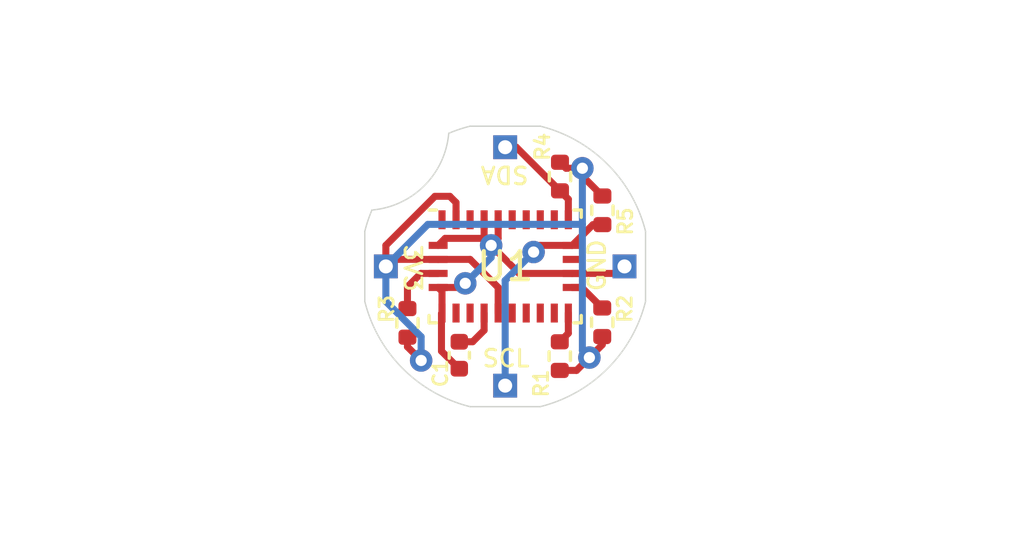
<source format=kicad_pcb>
(kicad_pcb (version 20221018) (generator pcbnew)
  (layers (0 "F.Cu" signal) (31 "B.Cu" signal) (34 "B.Paste" user) (35 "F.Paste" user) (36 "B.SilkS" user "B.Silkscreen") (37 "F.SilkS" user "F.Silkscreen") (38 "B.Mask" user) (39 "F.Mask" user) (44 "Edge.Cuts" user))
  (net 0 "")
  (net 1 "Net-(U1-CAP)")
  (net 2 "GND")
  (net 3 "Net-(J1-Pin_1)")
  (net 4 "Net-(J2-Pin_1)")
  (net 5 "+3.3V")
  (net 6 "Net-(U1-ENV_SCL)")
  (net 7 "Net-(U1-ENV_SDA)")
  (net 8 "Net-(U1-BOOTN)")
  (footprint "Connector_PinHeader_1.00mm:PinHeader_1x01_P1.00mm_Vertical" (layer "F.Cu") (at 83.75 66.25)
    (fp_text reference "J3" hide)
    (fp_text value "Conn_01x01_Pin")
    (pad "1" thru_hole rect (at 0 0) (size 0.85 0.85) (drill 0.5) (layers "*.Cu" "*.Mask") (net 5 "+3.3V"))
  )
  (footprint "Capacitor_SMD:C_0402_1005Metric" (layer "F.Cu") (at 86.366101 69.416347 -90)
    (fp_text reference "C1" (at 0.644883 0.67302 90) (layer "F.SilkS") (effects (font (size 0.5 0.5) (thickness 0.1) bold)))
    (fp_text value "0.1uF")
    (fp_line (start -0.107836 -0.36) (end 0.107836 -0.36) (stroke (width 0.12)) (layer "F.SilkS"))
    (fp_line (start -0.107836 0.36) (end 0.107836 0.36) (stroke (width 0.12)) (layer "F.SilkS"))
    (pad "1" smd roundrect (at -0.48 0 270) (size 0.56 0.62) (layers "F.Cu" "F.Paste" "F.Mask") (net 1 "Net-(U1-CAP)"))
    (pad "2" smd roundrect (at 0.48 0 270) (size 0.56 0.62) (layers "F.Cu" "F.Paste" "F.Mask") (net 2 "GND"))
  )
  (footprint "Package_LGA:LGA-28_5.2x3.8mm_P0.5mm" (layer "F.Cu") (at 88 66.25)
    (fp_text reference "U1" (at 0 0) (layer "F.SilkS"))
    (fp_text value "~")
    (fp_line (start -2.71 -2.01) (end -2.45 -2.01) (stroke (width 0.12)) (layer "F.SilkS"))
    (fp_line (start -2.71 2.01) (end -2.71 1.75) (stroke (width 0.12)) (layer "F.SilkS"))
    (fp_line (start -2.71 2.01) (end -2.45 2.01) (stroke (width 0.12)) (layer "F.SilkS"))
    (fp_line (start 2.71 -2.01) (end 2.45 -2.01) (stroke (width 0.12)) (layer "F.SilkS"))
    (fp_line (start 2.71 -2.01) (end 2.71 -1.75) (stroke (width 0.12)) (layer "F.SilkS"))
    (fp_line (start 2.71 2.01) (end 2.45 2.01) (stroke (width 0.12)) (layer "F.SilkS"))
    (fp_line (start 2.71 2.01) (end 2.71 1.75) (stroke (width 0.12)) (layer "F.SilkS"))
    (pad "1" smd rect (at -2.25 -1.6625) (size 0.254 0.675) (layers "F.Cu" "F.Paste" "F.Mask"))
    (pad "2" smd rect (at -2.3875 -0.75 90) (size 0.254 0.675) (layers "F.Cu" "F.Paste" "F.Mask") (net 2 "GND"))
    (pad "3" smd rect (at -2.3875 -0.25 90) (size 0.254 0.675) (layers "F.Cu" "F.Paste" "F.Mask") (net 5 "+3.3V"))
    (pad "4" smd rect (at -2.3875 0.25 90) (size 0.254 0.675) (layers "F.Cu" "F.Paste" "F.Mask") (net 8 "Net-(U1-BOOTN)"))
    (pad "5" smd rect (at -2.3875 0.75 90) (size 0.254 0.675) (layers "F.Cu" "F.Paste" "F.Mask") (net 2 "GND"))
    (pad "6" smd rect (at -2.25 1.6625) (size 0.254 0.675) (layers "F.Cu" "F.Paste" "F.Mask") (net 2 "GND"))
    (pad "7" smd rect (at -1.75 1.6625) (size 0.254 0.675) (layers "F.Cu" "F.Paste" "F.Mask"))
    (pad "8" smd rect (at -1.25 1.6625) (size 0.254 0.675) (layers "F.Cu" "F.Paste" "F.Mask"))
    (pad "9" smd rect (at -0.75 1.6625) (size 0.254 0.675) (layers "F.Cu" "F.Paste" "F.Mask") (net 1 "Net-(U1-CAP)"))
    (pad "10" smd rect (at -0.25 1.6625) (size 0.254 0.675) (layers "F.Cu" "F.Paste" "F.Mask") (net 5 "+3.3V"))
    (pad "11" smd rect (at 0.25 1.6625) (size 0.254 0.675) (layers "F.Cu" "F.Paste" "F.Mask"))
    (pad "12" smd rect (at 0.75 1.6625) (size 0.254 0.675) (layers "F.Cu" "F.Paste" "F.Mask"))
    (pad "13" smd rect (at 1.25 1.6625) (size 0.254 0.675) (layers "F.Cu" "F.Paste" "F.Mask"))
    (pad "14" smd rect (at 1.75 1.6625) (size 0.254 0.675) (layers "F.Cu" "F.Paste" "F.Mask"))
    (pad "15" smd rect (at 2.25 1.6625) (size 0.254 0.675) (layers "F.Cu" "F.Paste" "F.Mask") (net 6 "Net-(U1-ENV_SCL)"))
    (pad "16" smd rect (at 2.3875 0.75 90) (size 0.254 0.675) (layers "F.Cu" "F.Paste" "F.Mask") (net 7 "Net-(U1-ENV_SDA)"))
    (pad "17" smd rect (at 2.3875 0.25 90) (size 0.254 0.675) (layers "F.Cu" "F.Paste" "F.Mask") (net 2 "GND"))
    (pad "18" smd rect (at 2.3875 -0.25 90) (size 0.254 0.675) (layers "F.Cu" "F.Paste" "F.Mask"))
    (pad "19" smd rect (at 2.3875 -0.75 90) (size 0.254 0.675) (layers "F.Cu" "F.Paste" "F.Mask") (net 4 "Net-(J2-Pin_1)"))
    (pad "20" smd rect (at 2.25 -1.6625) (size 0.254 0.675) (layers "F.Cu" "F.Paste" "F.Mask") (net 3 "Net-(J1-Pin_1)"))
    (pad "21" smd rect (at 1.75 -1.6625) (size 0.254 0.675) (layers "F.Cu" "F.Paste" "F.Mask"))
    (pad "22" smd rect (at 1.25 -1.6625) (size 0.254 0.675) (layers "F.Cu" "F.Paste" "F.Mask"))
    (pad "23" smd rect (at 0.75 -1.6625) (size 0.254 0.675) (layers "F.Cu" "F.Paste" "F.Mask"))
    (pad "24" smd rect (at 0.25 -1.6625) (size 0.254 0.675) (layers "F.Cu" "F.Paste" "F.Mask"))
    (pad "25" smd rect (at -0.25 -1.6625) (size 0.254 0.675) (layers "F.Cu" "F.Paste" "F.Mask") (net 2 "GND"))
    (pad "26" smd rect (at -0.75 -1.6625) (size 0.254 0.675) (layers "F.Cu" "F.Paste" "F.Mask") (net 2 "GND"))
    (pad "27" smd rect (at -1.25 -1.6625) (size 0.254 0.675) (layers "F.Cu" "F.Paste" "F.Mask"))
    (pad "28" smd rect (at -1.75 -1.6625) (size 0.254 0.675) (layers "F.Cu" "F.Paste" "F.Mask") (net 5 "+3.3V"))
  )
  (footprint "Connector_PinHeader_1.00mm:PinHeader_1x01_P1.00mm_Vertical" (layer "F.Cu") (at 92.25 66.25)
    (fp_text reference "J4" hide)
    (fp_text value "Conn_01x01_Pin")
    (pad "1" thru_hole rect (at 0 0) (size 0.85 0.85) (drill 0.5) (layers "*.Cu" "*.Mask") (net 2 "GND"))
  )
  (footprint "Resistor_SMD:R_0402_1005Metric" (layer "F.Cu") (at 89.952362 63.046026 90)
    (fp_text reference "R4" (at 1.060003 -0.62487 90) (layer "F.SilkS") (effects (font (size 0.5 0.5) (thickness 0.1) bold)))
    (fp_text value "2.2k")
    (fp_line (start -0.153641 -0.38) (end 0.153641 -0.38) (stroke (width 0.12)) (layer "F.SilkS"))
    (fp_line (start -0.153641 0.38) (end 0.153641 0.38) (stroke (width 0.12)) (layer "F.SilkS"))
    (pad "1" smd roundrect (at -0.51 0 90) (size 0.54 0.64) (layers "F.Cu" "F.Paste" "F.Mask") (net 3 "Net-(J1-Pin_1)"))
    (pad "2" smd roundrect (at 0.51 0 90) (size 0.54 0.64) (layers "F.Cu" "F.Paste" "F.Mask") (net 5 "+3.3V"))
  )
  (footprint "Connector_PinHeader_1.00mm:PinHeader_1x01_P1.00mm_Vertical" (layer "F.Cu") (at 88 70.5)
    (fp_text reference "J2" hide)
    (fp_text value "Conn_01x01_Pin")
    (pad "1" thru_hole rect (at 0 0) (size 0.85 0.85) (drill 0.5) (layers "*.Cu" "*.Mask") (net 4 "Net-(J2-Pin_1)"))
  )
  (footprint "Resistor_SMD:R_0402_1005Metric" (layer "F.Cu") (at 89.945121 69.447561 90)
    (fp_text reference "R1" (at -0.972582 -0.662902 90) (layer "F.SilkS") (effects (font (size 0.5 0.5) (thickness 0.1) bold)))
    (fp_text value "2.2k")
    (fp_line (start -0.153641 -0.38) (end 0.153641 -0.38) (stroke (width 0.12)) (layer "F.SilkS"))
    (fp_line (start -0.153641 0.38) (end 0.153641 0.38) (stroke (width 0.12)) (layer "F.SilkS"))
    (pad "1" smd roundrect (at -0.51 0 90) (size 0.54 0.64) (layers "F.Cu" "F.Paste" "F.Mask") (net 5 "+3.3V"))
    (pad "2" smd roundrect (at 0.51 0 90) (size 0.54 0.64) (layers "F.Cu" "F.Paste" "F.Mask") (net 6 "Net-(U1-ENV_SCL)"))
  )
  (footprint "Resistor_SMD:R_0402_1005Metric" (layer "F.Cu") (at 91.46343 64.25 -90)
    (fp_text reference "R5" (at 0.39736 -0.817575 90) (layer "F.SilkS") (effects (font (size 0.5 0.5) (thickness 0.1) bold)))
    (fp_text value "2.2k")
    (fp_line (start -0.153641 -0.38) (end 0.153641 -0.38) (stroke (width 0.12)) (layer "F.SilkS"))
    (fp_line (start -0.153641 0.38) (end 0.153641 0.38) (stroke (width 0.12)) (layer "F.SilkS"))
    (pad "1" smd roundrect (at -0.51 0 270) (size 0.54 0.64) (layers "F.Cu" "F.Paste" "F.Mask") (net 5 "+3.3V"))
    (pad "2" smd roundrect (at 0.51 0 270) (size 0.54 0.64) (layers "F.Cu" "F.Paste" "F.Mask") (net 4 "Net-(J2-Pin_1)"))
  )
  (footprint "Connector_PinHeader_1.00mm:PinHeader_1x01_P1.00mm_Vertical" (layer "F.Cu") (at 88 62)
    (fp_text reference "J1" hide)
    (fp_text value "Conn_01x01_Pin")
    (pad "1" thru_hole rect (at 0 0) (size 0.85 0.85) (drill 0.5) (layers "*.Cu" "*.Mask") (net 3 "Net-(J1-Pin_1)"))
  )
  (footprint "Resistor_SMD:R_0402_1005Metric" (layer "F.Cu") (at 84.519054 68.262703 -90)
    (fp_text reference "R3" (at -0.494415 0.737816 90) (layer "F.SilkS") (effects (font (size 0.5 0.5) (thickness 0.1) bold)))
    (fp_text value "10k")
    (fp_line (start -0.153641 -0.38) (end 0.153641 -0.38) (stroke (width 0.12)) (layer "F.SilkS"))
    (fp_line (start -0.153641 0.38) (end 0.153641 0.38) (stroke (width 0.12)) (layer "F.SilkS"))
    (pad "1" smd roundrect (at -0.51 0 270) (size 0.54 0.64) (layers "F.Cu" "F.Paste" "F.Mask") (net 8 "Net-(U1-BOOTN)"))
    (pad "2" smd roundrect (at 0.51 0 270) (size 0.54 0.64) (layers "F.Cu" "F.Paste" "F.Mask") (net 5 "+3.3V"))
  )
  (footprint "Resistor_SMD:R_0402_1005Metric" (layer "F.Cu") (at 91.45774 68.241381 -90)
    (fp_text reference "R2" (at -0.478341 -0.804456 90) (layer "F.SilkS") (effects (font (size 0.5 0.5) (thickness 0.1) bold)))
    (fp_text value "2.2k")
    (fp_line (start -0.153641 -0.38) (end 0.153641 -0.38) (stroke (width 0.12)) (layer "F.SilkS"))
    (fp_line (start -0.153641 0.38) (end 0.153641 0.38) (stroke (width 0.12)) (layer "F.SilkS"))
    (pad "1" smd roundrect (at -0.51 0 270) (size 0.54 0.64) (layers "F.Cu" "F.Paste" "F.Mask") (net 7 "Net-(U1-ENV_SDA)"))
    (pad "2" smd roundrect (at 0.51 0 270) (size 0.54 0.64) (layers "F.Cu" "F.Paste" "F.Mask") (net 5 "+3.3V"))
  )
  (gr_arc (start 83 65) (mid 83.112459 64.614628) (end 83.254571 64.239178) (stroke (width 0.05)) (layer "Edge.Cuts"))
  (gr_line (start 83 67.5) (end 83 65) (stroke (width 0.05)) (layer "Edge.Cuts"))
  (gr_arc (start 85.989178 61.504571) (mid 86.364628 61.362459) (end 86.75 61.25) (stroke (width 0.05)) (layer "Edge.Cuts"))
  (gr_arc (start 85.989179 61.504573) (mid 85.12132 63.37132) (end 83.254573 64.239179) (stroke (width 0.05)) (layer "Edge.Cuts"))
  (gr_arc (start 93 67.5) (mid 91.644345 69.894345) (end 89.25 71.25) (stroke (width 0.05)) (layer "Edge.Cuts"))
  (gr_arc (start 86.75 71.25) (mid 84.355655 69.894345) (end 83 67.5) (stroke (width 0.05)) (layer "Edge.Cuts"))
  (gr_line (start 89.25 61.25) (end 86.75 61.25) (stroke (width 0.05)) (layer "Edge.Cuts"))
  (gr_line (start 89.25 71.25) (end 86.75 71.25) (stroke (width 0.05)) (layer "Edge.Cuts"))
  (gr_arc (start 89.25 61.25) (mid 91.644345 62.605655) (end 93 65) (stroke (width 0.05)) (layer "Edge.Cuts"))
  (gr_line (start 93 67.5) (end 93 65) (stroke (width 0.05)) (layer "Edge.Cuts"))
  (gr_text "GND" (at 91.620426 67.190549 90) (layer "F.SilkS") (effects (font (size 0.6 0.6) (thickness 0.1) bold) (justify left bottom)))
  (gr_text "SCL" (at 87.135624 69.881098) (layer "F.SilkS") (effects (font (size 0.6 0.6) (thickness 0.1) bold) (justify left bottom)))
  (gr_text "SDA" (at 88.89024 62.628032 180) (layer "F.SilkS") (effects (font (size 0.6 0.6) (thickness 0.1) bold) (justify left bottom)))
  (gr_text "3V3" (at 84.353651 65.417677 270) (layer "F.SilkS") (effects (font (size 0.6 0.6) (thickness 0.1) bold) (justify left bottom)))
  (segment (start 87.25 68.527) (end 87.25 67.9125) (width 0.25) (layer "F.Cu") (net 1))
  (segment (start 86.366101 68.936347) (end 86.840653 68.936347) (width 0.25) (layer "F.Cu") (net 1))
  (segment (start 86.840653 68.936347) (end 87.25 68.527) (width 0.25) (layer "F.Cu") (net 1))
  (segment (start 92 66.5) (end 90.3875 66.5) (width 0.25) (layer "F.Cu") (net 2))
  (segment (start 87.75 64.5875) (end 87.75 65.25) (width 0.25) (layer "F.Cu") (net 2))
  (segment (start 85.731101 69.268956) (end 85.731101 67.931399) (width 0.25) (layer "F.Cu") (net 2))
  (segment (start 85.75 67.9125) (end 85.75 67.1375) (width 0.25) (layer "F.Cu") (net 2))
  (segment (start 86.358492 69.896347) (end 85.731101 69.268956) (width 0.25) (layer "F.Cu") (net 2))
  (segment (start 85.731101 67.931399) (end 85.75 67.9125) (width 0.25) (layer "F.Cu") (net 2))
  (segment (start 85.6125 65.5) (end 85.8625 65.25) (width 0.25) (layer "F.Cu") (net 2))
  (segment (start 88.5 66.5) (end 87.5 65.5) (width 0.25) (layer "F.Cu") (net 2))
  (segment (start 85.8625 65.25) (end 87.25 65.25) (width 0.25) (layer "F.Cu") (net 2))
  (segment (start 86.366101 69.896347) (end 86.358492 69.896347) (width 0.25) (layer "F.Cu") (net 2))
  (segment (start 92.25 66.25) (end 92 66.5) (width 0.25) (layer "F.Cu") (net 2))
  (segment (start 87.75 65.25) (end 87.5 65.5) (width 0.25) (layer "F.Cu") (net 2))
  (segment (start 86.431505 67) (end 85.6125 67) (width 0.25) (layer "F.Cu") (net 2))
  (segment (start 85.75 67.1375) (end 85.6125 67) (width 0.25) (layer "F.Cu") (net 2))
  (segment (start 90.3875 66.5) (end 88.5 66.5) (width 0.25) (layer "F.Cu") (net 2))
  (segment (start 87.25 64.5875) (end 87.25 65.25) (width 0.25) (layer "F.Cu") (net 2))
  (segment (start 87.25 65.25) (end 87.5 65.5) (width 0.25) (layer "F.Cu") (net 2))
  (segment (start 86.578453 66.853052) (end 86.431505 67) (width 0.25) (layer "F.Cu") (net 2))
  (via (at 87.5 65.5) (size 0.8) (drill 0.4) (layers "F.Cu" "B.Cu") (net 2))
  (via (at 86.578453 66.853052) (size 0.8) (drill 0.4) (layers "F.Cu" "B.Cu") (net 2))
  (segment (start 87.5 65.931505) (end 87.5 65.5) (width 0.25) (layer "B.Cu") (net 2))
  (segment (start 86.578453 66.853052) (end 87.5 65.931505) (width 0.25) (layer "B.Cu") (net 2))
  (segment (start 90.25 63.853664) (end 90.25 64.5875) (width 0.25) (layer "F.Cu") (net 3))
  (segment (start 89.952362 63.556026) (end 88.396336 62) (width 0.25) (layer "F.Cu") (net 3))
  (segment (start 88.396336 62) (end 88 62) (width 0.25) (layer "F.Cu") (net 3))
  (segment (start 89.952362 63.556026) (end 90.25 63.853664) (width 0.25) (layer "F.Cu") (net 3))
  (segment (start 91.1275 64.76) (end 90.3875 65.5) (width 0.25) (layer "F.Cu") (net 4))
  (segment (start 91.46343 64.76) (end 91.1275 64.76) (width 0.25) (layer "F.Cu") (net 4))
  (segment (start 89.25 65.5) (end 90.3875 65.5) (width 0.25) (layer "F.Cu") (net 4))
  (segment (start 89.012299 65.737701) (end 89.25 65.5) (width 0.25) (layer "F.Cu") (net 4))
  (via (at 89.012299 65.737701) (size 0.8) (drill 0.4) (layers "F.Cu" "B.Cu") (net 4))
  (segment (start 88 70.5) (end 88 66.75) (width 0.25) (layer "B.Cu") (net 4))
  (segment (start 88 66.75) (end 89.012299 65.737701) (width 0.25) (layer "B.Cu") (net 4))
  (segment (start 86.027 63.75) (end 86.25 63.973) (width 0.25) (layer "F.Cu") (net 5))
  (segment (start 83.75 65.5) (end 85.5 63.75) (width 0.25) (layer "F.Cu") (net 5))
  (segment (start 90.75 63.02657) (end 91.46343 63.74) (width 0.25) (layer "F.Cu") (net 5))
  (segment (start 90.75 62.75) (end 90.166336 62.75) (width 0.25) (layer "F.Cu") (net 5))
  (segment (start 87.75 67) (end 87.75 67.9125) (width 0.25) (layer "F.Cu") (net 5))
  (segment (start 90.542439 69.957561) (end 91 69.5) (width 0.25) (layer "F.Cu") (net 5))
  (segment (start 85.6125 66) (end 86.75 66) (width 0.25) (layer "F.Cu") (net 5))
  (segment (start 85.006858 69.603405) (end 84.519054 69.115601) (width 0.25) (layer "F.Cu") (net 5))
  (segment (start 91.45774 68.751381) (end 91.45774 69.04226) (width 0.25) (layer "F.Cu") (net 5))
  (segment (start 83.75 66.25) (end 83.75 65.5) (width 0.25) (layer "F.Cu") (net 5))
  (segment (start 91.45774 69.04226) (end 91 69.5) (width 0.25) (layer "F.Cu") (net 5))
  (segment (start 85.5 63.75) (end 86.027 63.75) (width 0.25) (layer "F.Cu") (net 5))
  (segment (start 86.25 63.973) (end 86.25 64.5875) (width 0.25) (layer "F.Cu") (net 5))
  (segment (start 89.945121 69.957561) (end 90.542439 69.957561) (width 0.25) (layer "F.Cu") (net 5))
  (segment (start 84 66) (end 85.6125 66) (width 0.25) (layer "F.Cu") (net 5))
  (segment (start 90.75 62.75) (end 90.75 63.02657) (width 0.25) (layer "F.Cu") (net 5))
  (segment (start 86.75 66) (end 87.75 67) (width 0.25) (layer "F.Cu") (net 5))
  (segment (start 84.519054 69.115601) (end 84.519054 68.772703) (width 0.25) (layer "F.Cu") (net 5))
  (segment (start 90.166336 62.75) (end 89.952362 62.536026) (width 0.25) (layer "F.Cu") (net 5))
  (segment (start 83.75 66.25) (end 84 66) (width 0.25) (layer "F.Cu") (net 5))
  (via (at 90.75 62.75) (size 0.8) (drill 0.4) (layers "F.Cu" "B.Cu") (net 5))
  (via (at 85.006858 69.603405) (size 0.8) (drill 0.4) (layers "F.Cu" "B.Cu") (net 5))
  (via (at 91 69.5) (size 0.8) (drill 0.4) (layers "F.Cu" "B.Cu") (net 5))
  (segment (start 90.75 69.25) (end 91 69.5) (width 0.25) (layer "B.Cu") (net 5))
  (segment (start 85.006858 68.756858) (end 85.006858 69.603405) (width 0.25) (layer "B.Cu") (net 5))
  (segment (start 90.75 64.75) (end 90.75 69.25) (width 0.25) (layer "B.Cu") (net 5))
  (segment (start 85.25 64.75) (end 83.75 66.25) (width 0.25) (layer "B.Cu") (net 5))
  (segment (start 90.75 64.75) (end 85.25 64.75) (width 0.25) (layer "B.Cu") (net 5))
  (segment (start 83.75 66.25) (end 83.75 67.5) (width 0.25) (layer "B.Cu") (net 5))
  (segment (start 90.75 62.75) (end 90.75 64.75) (width 0.25) (layer "B.Cu") (net 5))
  (segment (start 83.75 67.5) (end 85.006858 68.756858) (width 0.25) (layer "B.Cu") (net 5))
  (segment (start 90.25 68.632682) (end 90.25 67.9125) (width 0.25) (layer "F.Cu") (net 6))
  (segment (start 89.945121 68.937561) (end 90.25 68.632682) (width 0.25) (layer "F.Cu") (net 6))
  (segment (start 90.726359 67) (end 91.45774 67.731381) (width 0.25) (layer "F.Cu") (net 7))
  (segment (start 90.3875 67) (end 90.726359 67) (width 0.25) (layer "F.Cu") (net 7))
  (segment (start 84.998 66.5) (end 85.6125 66.5) (width 0.25) (layer "F.Cu") (net 8))
  (segment (start 84.519054 67.752703) (end 84.519054 66.978946) (width 0.25) (layer "F.Cu") (net 8))
  (segment (start 84.519054 66.978946) (end 84.998 66.5) (width 0.25) (layer "F.Cu") (net 8))
)
</source>
